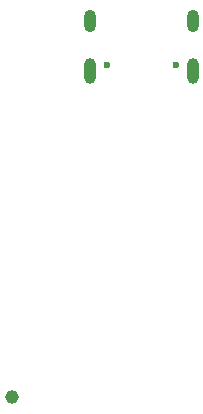
<source format=gbr>
%TF.GenerationSoftware,Altium Limited,Altium Designer,21.7.2 (23)*%
G04 Layer_Color=255*
%FSLAX45Y45*%
%MOMM*%
%TF.SameCoordinates,838FB56E-0ED7-4152-9A2E-8E5145BDEB09*%
%TF.FilePolarity,Positive*%
%TF.FileFunction,Pads,Bot*%
%TF.Part,Single*%
G01*
G75*
%TA.AperFunction,WasherPad*%
%ADD43C,1.15200*%
%TA.AperFunction,ComponentPad*%
%ADD44C,0.60000*%
%ADD45O,1.00000X2.20000*%
%ADD46O,1.00000X1.90000*%
D43*
X-1100000Y-950000D02*
D03*
D44*
X-290000Y1865000D02*
D03*
X290000D02*
D03*
D45*
X432500Y1815000D02*
D03*
X-432500D02*
D03*
D46*
Y2235000D02*
D03*
X432500D02*
D03*
%TF.MD5,64ef6a4c9264e1bcb86f82bc4c10f353*%
M02*

</source>
